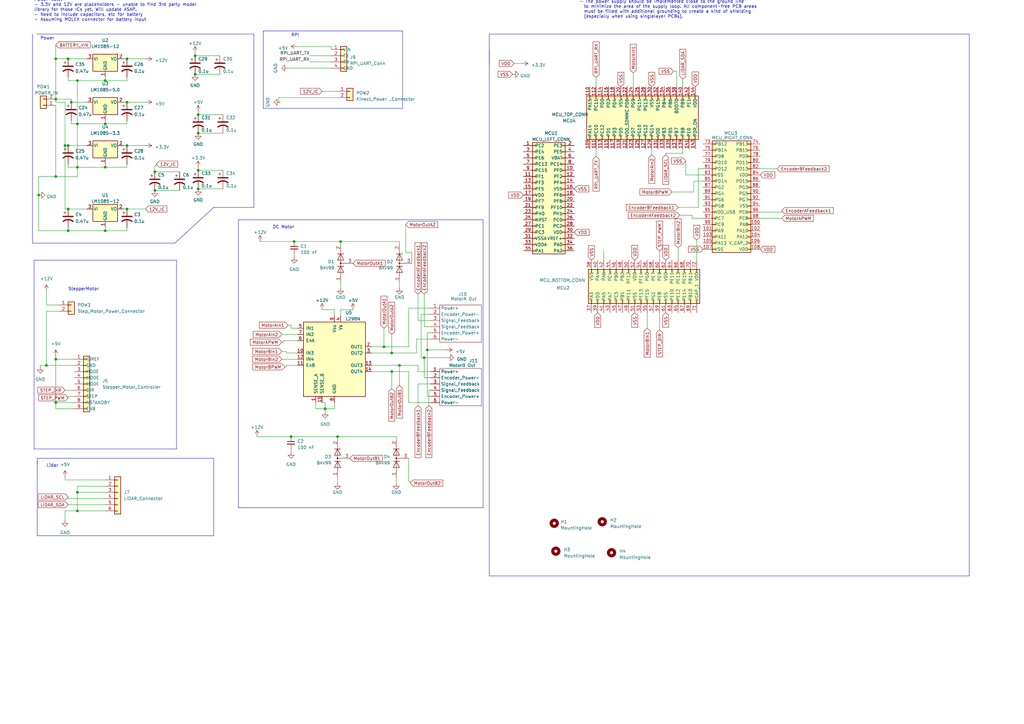
<source format=kicad_sch>
(kicad_sch (version 20230121) (generator eeschema)
  (paper "A3")
  (junction (at 139.7 99.06))
  (junction (at 81.28 54.61))
  (junction (at 63.5 70.485))
  (junction (at 27.94 59.69))
  (junction (at 80.01 30.48))
  (junction (at 29.21 41.91))
  (junction (at 52.07 59.69))
  (junction (at 26.67 59.69))
  (junction (at 31.75 33.02))
  (junction (at 27.94 94.615))
  (junction (at 31.75 201.93))
  (junction (at 43.18 50.8))
  (junction (at 63.5 78.105))
  (junction (at 22.86 24.13))
  (junction (at 22.86 147.32))
  (junction (at 52.07 41.91))
  (junction (at 52.07 24.13))
  (junction (at 120.65 99.06))
  (junction (at 163.83 149.86))
  (junction (at 80.01 22.86))
  (junction (at 22.86 40.64))
  (junction (at 81.28 69.85))
  (junction (at 19.05 149.86))
  (junction (at 175.26 143.51))
  (junction (at 22.86 165.1))
  (junction (at 31.75 68.58))
  (junction (at 52.07 85.725))
  (junction (at 173.99 146.685))
  (junction (at 27.94 85.725))
  (junction (at 119.38 179.07))
  (junction (at 160.655 144.78))
  (junction (at 81.28 46.99))
  (junction (at 81.28 77.47))
  (junction (at 22.86 72.39))
  (junction (at 157.48 142.24))
  (junction (at 43.18 68.58))
  (junction (at 160.655 152.4))
  (junction (at 15.875 80.01))
  (junction (at 27.94 24.13))
  (junction (at 138.43 179.07))
  (junction (at 31.75 50.8))
  (junction (at 43.18 94.615))
  (junction (at 43.18 33.02))
  (junction (at 31.75 209.55))
  (junction (at 133.35 167.64))
  (wire (pts (xy 138.43 180.34) (xy 138.43 179.07)))
  (wire (pts (xy 26.67 213.36) (xy 26.67 209.55)))
  (wire (pts (xy 22.86 41.91) (xy 26.67 41.91)))
  (wire (pts (xy 81.28 46.99) (xy 91.44 46.99)))
  (wire (pts (xy 43.18 31.75) (xy 43.18 33.02)))
  (polyline (pts (xy 13.97 110.49) (xy 13.97 184.15)))
  (wire (pts (xy 275.59 78.74) (xy 284.48 78.74)))
  (wire (pts (xy 167.64 152.4) (xy 167.64 165.1)))
  (wire (pts (xy 63.5 67.945) (xy 63.5 70.485)))
  (wire (pts (xy 138.43 195.58) (xy 138.43 198.12)))
  (wire (pts (xy 127 25.4) (xy 135.89 25.4)))
  (wire (pts (xy 173.99 146.685) (xy 173.99 154.94)))
  (wire (pts (xy 265.43 134.62) (xy 265.43 128.27)))
  (polyline (pts (xy 104.14 80.01) (xy 104.14 85.09)))
  (wire (pts (xy 15.875 72.39) (xy 15.875 80.01)))
  (wire (pts (xy 175.26 143.51) (xy 182.88 143.51)))
  (wire (pts (xy 311.785 89.535) (xy 320.675 89.535)))
  (wire (pts (xy 132.08 165.1) (xy 133.35 165.1)))
  (wire (pts (xy 166.37 103.505) (xy 168.91 103.505)))
  (wire (pts (xy 286.385 69.215) (xy 288.29 69.215)))
  (wire (pts (xy 26.67 59.69) (xy 26.67 85.725)))
  (wire (pts (xy 22.86 40.64) (xy 22.86 24.13)))
  (wire (pts (xy 26.67 196.85) (xy 26.67 195.58)))
  (wire (pts (xy 29.21 49.53) (xy 29.21 50.8)))
  (wire (pts (xy 27.94 162.56) (xy 30.48 162.56)))
  (wire (pts (xy 139.7 99.06) (xy 120.65 99.06)))
  (wire (pts (xy 26.67 85.725) (xy 27.94 85.725)))
  (wire (pts (xy 133.35 165.1) (xy 133.35 167.64)))
  (wire (pts (xy 115.57 147.32) (xy 121.92 147.32)))
  (wire (pts (xy 278.765 88.265) (xy 283.845 88.265)))
  (wire (pts (xy 167.64 165.1) (xy 176.53 165.1)))
  (polyline (pts (xy 97.79 90.17) (xy 97.79 208.28)))
  (wire (pts (xy 175.895 160.02) (xy 176.53 160.02)))
  (wire (pts (xy 135.89 19.05) (xy 135.89 20.32)))
  (polyline (pts (xy 97.79 90.17) (xy 198.12 90.17)))
  (wire (pts (xy 281.305 71.755) (xy 288.29 71.755)))
  (polyline (pts (xy 13.335 13.97) (xy 13.335 99.695)))
  (wire (pts (xy 152.4 152.4) (xy 160.655 152.4)))
  (wire (pts (xy 31.75 68.58) (xy 27.94 68.58)))
  (polyline (pts (xy 104.14 80.01) (xy 104.14 13.97)))
  (wire (pts (xy 52.07 49.53) (xy 52.07 50.8)))
  (wire (pts (xy 118.11 27.94) (xy 135.89 27.94)))
  (wire (pts (xy 106.68 99.06) (xy 120.65 99.06)))
  (wire (pts (xy 157.48 134.62) (xy 157.48 142.24)))
  (wire (pts (xy 52.07 93.345) (xy 52.07 94.615)))
  (wire (pts (xy 278.13 85.09) (xy 286.385 85.09)))
  (wire (pts (xy 81.28 68.58) (xy 81.28 69.85)))
  (wire (pts (xy 173.99 133.985) (xy 176.53 133.985)))
  (wire (pts (xy 176.53 139.065) (xy 170.815 139.065)))
  (polyline (pts (xy 87.63 187.96) (xy 15.24 187.96)))
  (wire (pts (xy 26.67 160.02) (xy 30.48 160.02)))
  (polyline (pts (xy 165.1 12.7) (xy 107.95 12.7)))
  (wire (pts (xy 52.07 31.75) (xy 52.07 33.02)))
  (wire (pts (xy 22.86 43.18) (xy 22.86 72.39)))
  (wire (pts (xy 22.86 165.1) (xy 22.86 147.32)))
  (wire (pts (xy 137.16 167.64) (xy 133.35 167.64)))
  (wire (pts (xy 117.475 144.78) (xy 121.92 144.78)))
  (wire (pts (xy 81.28 69.85) (xy 91.44 69.85)))
  (wire (pts (xy 116.205 139.7) (xy 121.92 139.7)))
  (wire (pts (xy 311.785 86.995) (xy 320.675 86.995)))
  (wire (pts (xy 139.7 100.33) (xy 139.7 99.06)))
  (wire (pts (xy 15.875 80.01) (xy 15.875 94.615)))
  (wire (pts (xy 132.08 127) (xy 137.16 127)))
  (wire (pts (xy 22.86 40.64) (xy 22.86 41.91)))
  (polyline (pts (xy 71.755 99.695) (xy 87.63 85.09)))
  (wire (pts (xy 119.38 184.15) (xy 119.38 185.42)))
  (wire (pts (xy 105.41 179.07) (xy 119.38 179.07)))
  (wire (pts (xy 139.7 129.54) (xy 139.7 127)))
  (wire (pts (xy 64.135 67.31) (xy 64.135 67.945)))
  (wire (pts (xy 119.38 134.62) (xy 119.38 133.35)))
  (polyline (pts (xy 72.39 106.68) (xy 13.97 106.68)))
  (polyline (pts (xy 198.12 208.28) (xy 198.12 90.17)))
  (wire (pts (xy 117.475 144.145) (xy 117.475 144.78)))
  (wire (pts (xy 172.72 128.905) (xy 172.72 146.685)))
  (wire (pts (xy 22.86 167.64) (xy 22.86 165.1)))
  (wire (pts (xy 27.94 67.31) (xy 27.94 68.58)))
  (wire (pts (xy 27.94 203.835) (xy 27.94 204.47)))
  (polyline (pts (xy 13.335 99.695) (xy 71.755 99.695)))
  (wire (pts (xy 27.94 85.725) (xy 35.56 85.725)))
  (wire (pts (xy 27.94 31.75) (xy 27.94 33.02)))
  (wire (pts (xy 81.28 77.47) (xy 91.44 77.47)))
  (wire (pts (xy 170.815 139.065) (xy 170.815 144.78)))
  (wire (pts (xy 52.07 67.31) (xy 52.07 68.58)))
  (wire (pts (xy 171.45 152.4) (xy 176.53 152.4)))
  (wire (pts (xy 22.86 40.64) (xy 29.21 40.64)))
  (wire (pts (xy 29.21 40.64) (xy 29.21 41.91)))
  (wire (pts (xy 176.53 128.905) (xy 172.72 128.905)))
  (wire (pts (xy 26.67 59.69) (xy 27.94 59.69)))
  (wire (pts (xy 121.92 19.05) (xy 135.89 19.05)))
  (polyline (pts (xy 107.95 12.7) (xy 107.95 15.24)))
  (wire (pts (xy 270.51 102.87) (xy 270.51 106.68)))
  (wire (pts (xy 175.26 136.525) (xy 175.26 143.51)))
  (wire (pts (xy 152.4 142.24) (xy 157.48 142.24)))
  (wire (pts (xy 162.56 195.58) (xy 162.56 198.12)))
  (wire (pts (xy 244.475 60.96) (xy 244.475 64.135)))
  (polyline (pts (xy 200.66 236.22) (xy 397.51 236.22)))
  (wire (pts (xy 22.86 24.13) (xy 27.94 24.13)))
  (wire (pts (xy 114.935 41.91) (xy 114.3 41.91)))
  (wire (pts (xy 166.37 92.075) (xy 166.37 103.505)))
  (wire (pts (xy 43.18 49.53) (xy 43.18 50.8)))
  (wire (pts (xy 267.335 60.96) (xy 267.335 63.5)))
  (wire (pts (xy 80.01 30.48) (xy 90.17 30.48)))
  (wire (pts (xy 50.8 59.69) (xy 52.07 59.69)))
  (wire (pts (xy 244.475 31.75) (xy 244.475 35.56)))
  (wire (pts (xy 27.94 24.13) (xy 35.56 24.13)))
  (wire (pts (xy 24.13 125.095) (xy 19.05 125.095)))
  (wire (pts (xy 160.655 137.16) (xy 160.655 144.78)))
  (wire (pts (xy 173.99 154.94) (xy 176.53 154.94)))
  (wire (pts (xy 19.05 127.635) (xy 24.13 127.635)))
  (wire (pts (xy 167.64 142.24) (xy 167.64 126.365)))
  (wire (pts (xy 35.56 41.91) (xy 29.21 41.91)))
  (wire (pts (xy 129.54 167.64) (xy 133.35 167.64)))
  (wire (pts (xy 137.16 127) (xy 137.16 129.54)))
  (wire (pts (xy 52.07 85.725) (xy 59.69 85.725)))
  (wire (pts (xy 273.05 62.865) (xy 280.035 62.865)))
  (wire (pts (xy 160.655 152.4) (xy 160.655 159.385)))
  (wire (pts (xy 160.655 144.78) (xy 170.815 144.78)))
  (wire (pts (xy 116.205 140.335) (xy 116.205 139.7)))
  (polyline (pts (xy 97.79 208.28) (xy 198.12 208.28)))
  (wire (pts (xy 163.83 100.33) (xy 163.83 99.06)))
  (wire (pts (xy 114.3 40.005) (xy 138.43 40.005)))
  (wire (pts (xy 43.18 93.345) (xy 43.18 94.615)))
  (wire (pts (xy 278.13 101.6) (xy 278.13 106.68)))
  (polyline (pts (xy 13.97 106.68) (xy 13.97 110.49)))
  (wire (pts (xy 27.94 204.47) (xy 43.18 204.47)))
  (wire (pts (xy 116.205 140.335) (xy 115.57 140.335)))
  (wire (pts (xy 283.845 89.535) (xy 288.29 89.535)))
  (wire (pts (xy 50.8 85.725) (xy 52.07 85.725)))
  (wire (pts (xy 19.05 149.86) (xy 30.48 149.86)))
  (wire (pts (xy 171.45 149.86) (xy 171.45 152.4)))
  (wire (pts (xy 277.495 29.21) (xy 277.495 35.56)))
  (wire (pts (xy 157.48 142.24) (xy 167.64 142.24)))
  (wire (pts (xy 19.05 149.86) (xy 19.05 127.635)))
  (wire (pts (xy 247.65 102.87) (xy 247.65 106.68)))
  (wire (pts (xy 284.48 74.295) (xy 288.29 74.295)))
  (wire (pts (xy 43.18 67.31) (xy 43.18 68.58)))
  (polyline (pts (xy 13.97 184.15) (xy 72.39 184.15)))
  (wire (pts (xy 81.28 54.61) (xy 91.44 54.61)))
  (wire (pts (xy 27.94 207.01) (xy 43.18 207.01)))
  (wire (pts (xy 139.7 115.57) (xy 139.7 118.11)))
  (polyline (pts (xy 397.51 236.22) (xy 397.51 13.97)))
  (wire (pts (xy 31.75 201.93) (xy 31.75 209.55)))
  (wire (pts (xy 162.56 179.07) (xy 138.43 179.07)))
  (wire (pts (xy 81.28 45.72) (xy 81.28 46.99)))
  (wire (pts (xy 43.18 94.615) (xy 52.07 94.615)))
  (wire (pts (xy 43.18 33.02) (xy 52.07 33.02)))
  (wire (pts (xy 163.83 149.86) (xy 163.83 158.115)))
  (polyline (pts (xy 87.63 219.71) (xy 87.63 187.96)))
  (wire (pts (xy 132.08 37.465) (xy 138.43 37.465)))
  (wire (pts (xy 27.94 94.615) (xy 43.18 94.615)))
  (wire (pts (xy 119.38 134.62) (xy 121.92 134.62)))
  (wire (pts (xy 31.75 33.02) (xy 31.75 50.8)))
  (wire (pts (xy 31.75 50.8) (xy 43.18 50.8)))
  (wire (pts (xy 281.305 66.04) (xy 281.305 71.755)))
  (wire (pts (xy 27.94 33.02) (xy 31.75 33.02)))
  (wire (pts (xy 167.64 126.365) (xy 176.53 126.365)))
  (wire (pts (xy 175.895 166.37) (xy 175.895 160.02)))
  (wire (pts (xy 31.75 201.93) (xy 43.18 201.93)))
  (wire (pts (xy 167.64 197.485) (xy 167.64 187.96)))
  (wire (pts (xy 52.07 41.91) (xy 59.69 41.91)))
  (wire (pts (xy 175.26 143.51) (xy 175.26 162.56)))
  (wire (pts (xy 163.83 115.57) (xy 163.83 118.11)))
  (wire (pts (xy 30.48 165.1) (xy 22.86 165.1)))
  (wire (pts (xy 171.45 120.65) (xy 171.45 131.445)))
  (wire (pts (xy 52.07 68.58) (xy 43.18 68.58)))
  (wire (pts (xy 168.91 103.505) (xy 168.91 107.95)))
  (wire (pts (xy 26.67 209.55) (xy 31.75 209.55)))
  (wire (pts (xy 43.18 68.58) (xy 31.75 68.58)))
  (wire (pts (xy 52.07 59.69) (xy 59.69 59.69)))
  (wire (pts (xy 31.75 68.58) (xy 31.75 72.39)))
  (wire (pts (xy 43.18 196.85) (xy 26.67 196.85)))
  (polyline (pts (xy 200.66 20.32) (xy 200.66 236.22)))
  (polyline (pts (xy 15.24 189.23) (xy 15.24 219.71)))
  (wire (pts (xy 129.54 165.1) (xy 129.54 167.64)))
  (polyline (pts (xy 107.95 15.24) (xy 107.95 44.45)))
  (wire (pts (xy 171.45 157.48) (xy 176.53 157.48)))
  (wire (pts (xy 270.51 128.27) (xy 270.51 135.255)))
  (wire (pts (xy 162.56 180.34) (xy 162.56 179.07)))
  (wire (pts (xy 210.82 26.035) (xy 213.995 26.035)))
  (wire (pts (xy 64.135 67.945) (xy 63.5 67.945)))
  (wire (pts (xy 30.48 147.32) (xy 22.86 147.32)))
  (wire (pts (xy 259.715 29.845) (xy 259.715 35.56)))
  (wire (pts (xy 286.385 85.09) (xy 286.385 69.215)))
  (wire (pts (xy 22.86 72.39) (xy 31.75 72.39)))
  (wire (pts (xy 273.05 62.865) (xy 273.05 63.5)))
  (polyline (pts (xy 107.95 44.45) (xy 165.1 44.45)))
  (wire (pts (xy 183.515 146.685) (xy 173.99 146.685)))
  (polyline (pts (xy 72.39 184.15) (xy 72.39 106.68)))
  (polyline (pts (xy 15.24 187.96) (xy 15.24 190.5)))
  (wire (pts (xy 117.475 150.495) (xy 117.475 149.86)))
  (wire (pts (xy 27.94 59.69) (xy 35.56 59.69)))
  (wire (pts (xy 168.275 197.485) (xy 167.64 197.485)))
  (polyline (pts (xy 397.51 13.97) (xy 200.66 13.97)))
  (wire (pts (xy 63.5 70.485) (xy 73.66 70.485)))
  (wire (pts (xy 285.75 98.425) (xy 285.75 106.68)))
  (wire (pts (xy 16.51 150.495) (xy 16.51 149.86)))
  (polyline (pts (xy 200.66 13.97) (xy 200.66 26.67)))
  (wire (pts (xy 29.21 50.8) (xy 31.75 50.8)))
  (polyline (pts (xy 165.1 44.45) (xy 165.1 12.7)))
  (wire (pts (xy 171.45 131.445) (xy 176.53 131.445)))
  (wire (pts (xy 284.48 78.74) (xy 284.48 74.295)))
  (wire (pts (xy 320.675 86.995) (xy 320.675 86.36)))
  (wire (pts (xy 163.83 149.86) (xy 171.45 149.86)))
  (wire (pts (xy 115.57 144.145) (xy 117.475 144.145)))
  (wire (pts (xy 16.51 149.86) (xy 19.05 149.86)))
  (wire (pts (xy 168.275 198.12) (xy 168.275 197.485)))
  (wire (pts (xy 22.86 18.415) (xy 22.86 24.13)))
  (wire (pts (xy 27.94 163.195) (xy 27.94 162.56)))
  (wire (pts (xy 19.05 119.38) (xy 19.05 125.095)))
  (wire (pts (xy 50.8 41.91) (xy 52.07 41.91)))
  (wire (pts (xy 283.845 88.265) (xy 283.845 89.535)))
  (wire (pts (xy 80.01 22.86) (xy 90.17 22.86)))
  (wire (pts (xy 117.475 149.86) (xy 121.92 149.86)))
  (wire (pts (xy 127 22.86) (xy 135.89 22.86)))
  (wire (pts (xy 80.01 21.59) (xy 80.01 22.86)))
  (wire (pts (xy 31.75 50.8) (xy 31.75 68.58)))
  (wire (pts (xy 139.7 127) (xy 144.78 127)))
  (wire (pts (xy 116.84 150.495) (xy 117.475 150.495)))
  (wire (pts (xy 43.18 199.39) (xy 31.75 199.39)))
  (wire (pts (xy 63.5 78.105) (xy 73.66 78.105)))
  (wire (pts (xy 172.72 146.685) (xy 173.99 146.685)))
  (wire (pts (xy 52.07 24.13) (xy 59.69 24.13)))
  (wire (pts (xy 171.45 166.37) (xy 171.45 157.48)))
  (wire (pts (xy 27.94 93.345) (xy 27.94 94.615)))
  (wire (pts (xy 120.65 104.14) (xy 120.65 105.41)))
  (wire (pts (xy 114.3 41.91) (xy 114.3 40.005)))
  (wire (pts (xy 173.99 120.65) (xy 173.99 133.985)))
  (wire (pts (xy 276.225 29.21) (xy 277.495 29.21)))
  (wire (pts (xy 22.86 147.32) (xy 22.86 146.05)))
  (wire (pts (xy 152.4 144.78) (xy 160.655 144.78)))
  (polyline (pts (xy 104.14 13.97) (xy 15.24 13.97)))
  (wire (pts (xy 43.18 33.02) (xy 31.75 33.02)))
  (wire (pts (xy 52.07 50.8) (xy 43.18 50.8)))
  (wire (pts (xy 280.035 32.385) (xy 280.035 35.56)))
  (wire (pts (xy 280.035 62.865) (xy 280.035 60.96)))
  (wire (pts (xy 31.75 199.39) (xy 31.75 201.93)))
  (wire (pts (xy 119.38 133.35) (xy 118.11 133.35)))
  (wire (pts (xy 176.53 136.525) (xy 175.26 136.525)))
  (wire (pts (xy 26.67 41.91) (xy 26.67 59.69)))
  (wire (pts (xy 115.57 137.16) (xy 121.92 137.16)))
  (wire (pts (xy 176.53 162.56) (xy 175.26 162.56)))
  (wire (pts (xy 138.43 179.07) (xy 119.38 179.07)))
  (polyline (pts (xy 104.14 85.09) (xy 87.63 85.09)))
  (wire (pts (xy 311.785 69.215) (xy 318.77 69.215)))
  (wire (pts (xy 30.48 167.64) (xy 22.86 167.64)))
  (wire (pts (xy 163.83 99.06) (xy 139.7 99.06)))
  (wire (pts (xy 152.4 149.86) (xy 163.83 149.86)))
  (wire (pts (xy 15.875 94.615) (xy 27.94 94.615)))
  (wire (pts (xy 31.75 209.55) (xy 43.18 209.55)))
  (wire (pts (xy 160.655 152.4) (xy 167.64 152.4)))
  (wire (pts (xy 133.35 167.64) (xy 133.35 168.91)))
  (wire (pts (xy 15.875 72.39) (xy 22.86 72.39)))
  (wire (pts (xy 137.16 165.1) (xy 137.16 167.64)))
  (polyline (pts (xy 15.24 219.71) (xy 87.63 219.71)))
  (wire (pts (xy 50.8 24.13) (xy 52.07 24.13)))
  (text "RPI\n" (at 119.38 15.24 0) (effects (font (size 1.27 1.27)) (justify left bottom)))
  (text "DC Motor\n" (at 111.76 93.98 0) (effects (font (size 1.27 1.27)) (justify left bottom)))
  (text "Power\n" (at 16.51 16.51 0) (effects (font (size 1.27 1.27)) (justify left bottom)))
  (text "RPI Note: \n- Would powering w/ connector to USB be easier?\n" (at 104.14 -8.89 0) (effects (font (size 1.27 1.27)) (justify left bottom)))
  (text "Lidar" (at 19.05 191.77 0) (effects (font (size 1.27 1.27)) (justify left bottom)))
  (text "Power Note:\n- 3.3V and 12V are placeholders - unable to find 3rd party model \nlibrary for those ICs yet. Will update ASAP.\n- Need to include capacitors, etc for battery\n- Assuming MOLEX connector for battery input" (at 13.97 8.89 0) (effects (font (size 1.27 1.27)) (justify left bottom)))
  (text "Third party models/symbols to find:\n- NTE966\n- UA78M33QDCYRG4Q1\n- " (at -41.91 19.05 0) (effects (font (size 1.27 1.27)) (justify left bottom)))
  (text "StepperMotor" (at 27.94 119.38 0) (effects (font (size 1.27 1.27)) (justify left bottom)))
  (text "Important MCU Power Considerations: \n-  Each power supply pair should be decoupled with filtering ceramic capacitors\n  (100 nF) and one single tantalum or ceramic capacitor (min. 4.7 μF) connected in parallel.\n  These capacitors need to be placed as close as possible to, or below, the appropriate pins\n  on the underside of the PCB. Typical values are 10 nF to 100 nF, but the exact values\n  depend on the application needs.\n     - Note: Currently working w/ 100 nF as a placeholder. Further reading needed on how to\n             determine required capacitance \n- The power supply should be implemented close to the ground line \n  to minimize the area of the supply loop. All component-free PCB areas \n  must be filled with additional grounding to create a kind of shielding \n  (especially when using singlelayer PCBs)." (at 237.49 7.62 0) (effects (font (size 1.27 1.27)) (justify left bottom)))
  (text " " (at -1.27 6.35 0) (effects (font (size 1.27 1.27)) (justify left bottom)))
  (label "RPI_UART_TX" (at 127 22.86 180))
  (label "RPI_UART_RX" (at 127 25.4 180))
  (global_label "EncoderBFeedback1" (shape input) (at 278.13 85.09 180) (property "Intersheetrefs" "${INTERSHEET_REFS}" (effects hide)))
  (global_label "EncoderAFeedback2" (shape input) (at 278.765 88.265 180) (property "Intersheetrefs" "${INTERSHEET_REFS}" (effects hide)))
  (global_label "LIDAR_SCL" (shape input) (at 27.94 203.835 180) (property "Intersheetrefs" "${INTERSHEET_REFS}" (effects hide)))
  (global_label "EncoderBFeedback2" (shape input) (at 175.895 166.37 270) (property "Intersheetrefs" "${INTERSHEET_REFS}" (effects hide)))
  (global_label "VSS" (shape input) (at 276.225 29.21 180) (property "Intersheetrefs" "${INTERSHEET_REFS}" (effects hide)))
  (global_label "STEP_DIR" (shape input) (at 26.67 160.02 180) (property "Intersheetrefs" "${INTERSHEET_REFS}" (effects hide)))
  (global_label "VSS" (shape input) (at 242.57 106.68 90) (property "Intersheetrefs" "${INTERSHEET_REFS}" (effects hide)))
  (global_label "MotorAPWM" (shape input) (at 115.57 140.335 180) (property "Intersheetrefs" "${INTERSHEET_REFS}" (effects hide)))
  (global_label "MotorOutA2" (shape input) (at 160.655 137.16 90) (property "Intersheetrefs" "${INTERSHEET_REFS}" (effects hide)))
  (global_label "EncoderAFeedback1" (shape input) (at 171.45 120.65 90) (property "Intersheetrefs" "${INTERSHEET_REFS}" (effects hide)))
  (global_label "MotorAIn1" (shape input) (at 259.715 29.845 90) (property "Intersheetrefs" "${INTERSHEET_REFS}" (effects hide)))
  (global_label "VDD" (shape input) (at 311.785 102.235 0) (property "Intersheetrefs" "${INTERSHEET_REFS}" (effects hide)))
  (global_label "VDD" (shape input) (at 273.05 106.68 90) (property "Intersheetrefs" "${INTERSHEET_REFS}" (effects hide)))
  (global_label "VSS" (shape input) (at 288.29 102.235 180) (property "Intersheetrefs" "${INTERSHEET_REFS}" (effects hide)))
  (global_label "MotorOutA1" (shape input) (at 157.48 134.62 90) (property "Intersheetrefs" "${INTERSHEET_REFS}" (effects hide)))
  (global_label "MotorAIn2" (shape input) (at 115.57 137.16 180) (property "Intersheetrefs" "${INTERSHEET_REFS}" (effects hide)))
  (global_label "MotorBIn2" (shape input) (at 115.57 147.32 180) (property "Intersheetrefs" "${INTERSHEET_REFS}" (effects hide)))
  (global_label "12V_IC" (shape input) (at 59.69 85.725 0) (property "Intersheetrefs" "${INTERSHEET_REFS}" (effects hide)))
  (global_label "VDD" (shape input) (at 311.785 71.755 0) (property "Intersheetrefs" "${INTERSHEET_REFS}" (effects hide)))
  (global_label "12V_IC" (shape input) (at 132.08 37.465 180) (property "Intersheetrefs" "${INTERSHEET_REFS}" (effects hide)))
  (global_label "VSS" (shape input) (at 260.35 128.27 270) (property "Intersheetrefs" "${INTERSHEET_REFS}" (effects hide)))
  (global_label "MotorBPWM" (shape input) (at 116.84 150.495 180) (property "Intersheetrefs" "${INTERSHEET_REFS}" (effects hide)))
  (global_label "VSS" (shape input) (at 273.05 128.27 270) (property "Intersheetrefs" "${INTERSHEET_REFS}" (effects hide)))
  (global_label "VSS" (shape input) (at 210.185 30.48 180) (property "Intersheetrefs" "${INTERSHEET_REFS}" (effects hide)))
  (global_label "VDD" (shape input) (at 214.63 80.01 180) (property "Intersheetrefs" "${INTERSHEET_REFS}" (effects hide)))
  (global_label "EncoderAFeedback2" (shape input) (at 173.99 120.65 90) (property "Intersheetrefs" "${INTERSHEET_REFS}" (effects hide)))
  (global_label "VDD" (shape input) (at 210.82 26.035 180) (property "Intersheetrefs" "${INTERSHEET_REFS}" (effects hide)))
  (global_label "MotorAPWM" (shape input) (at 320.675 89.535 0) (property "Intersheetrefs" "${INTERSHEET_REFS}" (effects hide)))
  (global_label "VDD" (shape input) (at 260.35 106.68 90) (property "Intersheetrefs" "${INTERSHEET_REFS}" (effects hide)))
  (global_label "MotorAIn1" (shape input) (at 118.11 133.35 180) (property "Intersheetrefs" "${INTERSHEET_REFS}" (effects hide)))
  (global_label "MotorOutA2" (shape input) (at 166.37 92.075 0) (property "Intersheetrefs" "${INTERSHEET_REFS}" (effects hide)))
  (global_label "VSS" (shape input) (at 281.305 66.04 180) (property "Intersheetrefs" "${INTERSHEET_REFS}" (effects hide)))
  (global_label "MotorOutA1" (shape input) (at 144.78 107.95 0) (property "Intersheetrefs" "${INTERSHEET_REFS}" (effects hide)))
  (global_label "RPI_UART_RX" (shape input) (at 244.475 31.75 90) (property "Intersheetrefs" "${INTERSHEET_REFS}" (effects hide)))
  (global_label "EncoderAFeedback1" (shape input) (at 320.675 86.36 0) (property "Intersheetrefs" "${INTERSHEET_REFS}" (effects hide)))
  (global_label "STEP_PWM" (shape input) (at 27.94 163.195 180) (property "Intersheetrefs" "${INTERSHEET_REFS}" (effects hide)))
  (global_label "MotorOutB2" (shape input) (at 160.655 159.385 270) (property "Intersheetrefs" "${INTERSHEET_REFS}" (effects hide)))
  (global_label "MotorBIn2" (shape input) (at 278.13 101.6 90) (property "Intersheetrefs" "${INTERSHEET_REFS}" (effects hide)))
  (global_label "MotorBIn1" (shape input) (at 265.43 134.62 270) (property "Intersheetrefs" "${INTERSHEET_REFS}" (effects hide)))
  (global_label "MotorOutB1" (shape input) (at 143.51 187.96 0) (property "Intersheetrefs" "${INTERSHEET_REFS}" (effects hide)))
  (global_label "MotorAIn2" (shape input) (at 267.335 63.5 270) (property "Intersheetrefs" "${INTERSHEET_REFS}" (effects hide)))
  (global_label "12V_IC" (shape input) (at 64.135 67.31 0) (property "Intersheetrefs" "${INTERSHEET_REFS}" (effects hide)))
  (global_label "VDD" (shape input) (at 285.115 35.56 90) (property "Intersheetrefs" "${INTERSHEET_REFS}" (effects hide)))
  (global_label "STEP_DIR" (shape input) (at 270.51 135.255 270) (property "Intersheetrefs" "${INTERSHEET_REFS}" (effects hide)))
  (global_label "LIDAR_SDA" (shape input) (at 27.94 207.01 180) (property "Intersheetrefs" "${INTERSHEET_REFS}" (effects hide)))
  (global_label "STEP_PWM" (shape input) (at 270.51 102.87 90) (property "Intersheetrefs" "${INTERSHEET_REFS}" (effects hide)))
  (global_label "EncoderBFeedback2" (shape input) (at 318.77 69.215 0) (property "Intersheetrefs" "${INTERSHEET_REFS}" (effects hide)))
  (global_label "LIDAR_SCL" (shape input) (at 273.05 63.5 270) (property "Intersheetrefs" "${INTERSHEET_REFS}" (effects hide)))
  (global_label "VDD" (shape input) (at 235.585 95.25 0) (property "Intersheetrefs" "${INTERSHEET_REFS}" (effects hide)))
  (global_label "VSS" (shape input) (at 267.335 35.56 90) (property "Intersheetrefs" "${INTERSHEET_REFS}" (effects hide)))
  (global_label "MotorOutB2" (shape input) (at 168.275 198.12 0) (property "Intersheetrefs" "${INTERSHEET_REFS}" (effects hide)))
  (global_label "VSS" (shape input) (at 254.635 35.56 90) (property "Intersheetrefs" "${INTERSHEET_REFS}" (effects hide)))
  (global_label "MotorOutB1" (shape input) (at 163.83 158.115 270) (property "Intersheetrefs" "${INTERSHEET_REFS}" (effects hide)))
  (global_label "MotorBPWM" (shape input) (at 275.59 78.74 180) (property "Intersheetrefs" "${INTERSHEET_REFS}" (effects hide)))
  (global_label "LIDAR_SDA" (shape input) (at 280.035 32.385 90) (property "Intersheetrefs" "${INTERSHEET_REFS}" (effects hide)))
  (global_label "RPI_UART_TX" (shape input) (at 244.475 64.135 270) (property "Intersheetrefs" "${INTERSHEET_REFS}" (effects hide)))
  (global_label "BATTERY_VIN" (shape input) (at 22.86 18.415 0) (property "Intersheetrefs" "${INTERSHEET_REFS}" (effects hide)))
  (global_label "MotorBIn1" (shape input) (at 115.57 144.145 180) (property "Intersheetrefs" "${INTERSHEET_REFS}" (effects hide)))
  (global_label "VDD" (shape input) (at 285.75 98.425 90) (property "Intersheetrefs" "${INTERSHEET_REFS}" (effects hide)))
  (global_label "EncoderBFeedback1" (shape input) (at 171.45 166.37 270) (property "Intersheetrefs" "${INTERSHEET_REFS}" (effects hide)))
  (global_label "VDD" (shape input) (at 245.11 128.27 270) (property "Intersheetrefs" "${INTERSHEET_REFS}" (effects hide)))
  (global_label "VSS" (shape input) (at 235.585 77.47 0) (property "Intersheetrefs" "${INTERSHEET_REFS}" (effects hide)))
  (symbol (lib_id "Regulator_Linear:LM1085-12") (at 43.18 85.725 0) (unit 1)
    (property "Reference" "U1" (at 43.18 80.01 0))
    (property "Value" "LM1085-12" (at 43.18 82.55 0))
    (property "Footprint" "LM1085IT-5.0:TO254P1054X470X1955-3" (effects hide))
    (property "Datasheet" "http://www.ti.com/lit/ds/symlink/lm1085.pdf" (effects hide))
  )
  (symbol (lib_id "power:GND") (at 114.935 41.91 270) (unit 1)
    (property "Reference" "#PWR025" (effects hide))
    (property "Value" "GND" (at 109.855 41.91 0))
  )
  (symbol (lib_id "power:+5V") (at 81.28 45.72 0) (unit 1)
    (property "Reference" "#PWR019" (effects hide))
    (property "Value" "+5V" (at 81.28 41.91 0))
  )
  (symbol (lib_id "power:GND") (at 183.515 146.685 90) (unit 1)
    (property "Reference" "#PWR027" (effects hide))
    (property "Value" "GND" (at 187.325 147.32 90) (effects (justify right)))
  )
  (symbol (lib_id "power:+5V") (at 121.92 19.05 90) (unit 1)
    (property "Reference" "#PWR023" (effects hide))
    (property "Value" "+5V" (at 118.11 19.685 90) (effects (justify left)))
  )
  (symbol (lib_id "finalProj:Stepper_Motor_Controller") (at 35.56 157.48 0) (unit 1)
    (property "Reference" "J5" (at 41.91 156.21 0) (effects (justify left)))
    (property "Value" "Stepper_Motor_Controller" (at 41.91 158.75 0) (effects (justify left)))
    (property "Footprint" "TerminalBlock_Phoenix:TerminalBlock_Phoenix_PT-1,5-9-3.5-H_1x09_P3.50mm_Horizontal" (effects hide))
  )
  (symbol (lib_id "Device:C_Polarized_US") (at 73.66 74.295 0) (unit 1)
    (property "Reference" "C6" (at 74.93 71.755 0) (effects (justify left)))
    (property "Value" "0.1u" (at 74.93 76.835 0) (effects (justify left)))
    (property "Footprint" "Capacitor_SMD:C_0805_2012Metric" (effects hide))
  )
  (symbol (lib_id "power:+12V") (at 19.05 119.38 0) (unit 1)
    (property "Reference" "#PWR0103" (effects hide))
    (property "Value" "+12V" (at 19.05 114.3 0))
  )
  (symbol (lib_id "Driver_Motor:L298N") (at 137.16 147.32 0) (unit 1)
    (property "Reference" "U5" (at 141.6559 128.27 0) (effects (justify left)))
    (property "Value" "L298N" (at 141.6559 130.81 0) (effects (justify left)))
    (property "Footprint" "Package_TO_SOT_THT:TO-220-15_P2.54x2.54mm_StaggerOdd_Lead4.58mm_Vertical" (effects hide))
    (property "Datasheet" "http://www.st.com/st-web-ui/static/active/en/resource/technical/document/datasheet/CD00000240.pdf" (effects hide))
  )
  (symbol (lib_id "Connector_Generic:Conn_01x02") (at 17.78 43.18 180) (unit 1)
    (property "Reference" "POW1" (at 17.78 35.56 0))
    (property "Value" "POWER_IN" (at 19.05 38.1 0))
    (property "Footprint" "XT60_YELLOW:AMASS_XT60PB-M" (effects hide))
  )
  (symbol (lib_id "Diode:BAV99") (at 162.56 187.96 90) (unit 1)
    (property "Reference" "D4" (at 160.02 187.325 90) (effects (justify left)))
    (property "Value" "BAV99" (at 160.02 189.865 90) (effects (justify left)))
    (property "Footprint" "Package_TO_SOT_SMD:SOT-23" (effects hide))
    (property "Datasheet" "https://assets.nexperia.com/documents/data-sheet/BAV99_SER.pdf" (effects hide))
  )
  (symbol (lib_id "power:GND") (at 81.28 54.61 0) (unit 1)
    (property "Reference" "#PWR020" (effects hide))
    (property "Value" "GND" (at 81.28 59.1725 0))
  )
  (symbol (lib_id "Mechanical:MountingHole") (at 250.825 226.695 0) (unit 1)
    (property "Reference" "H4" (at 254 226.06 0) (effects (justify left)))
    (property "Value" "MountingHole" (at 254 228.6 0) (effects (justify left)))
    (property "Footprint" "MountingHole:MountingHole_3.2mm_M3" (effects hide))
  )
  (symbol (lib_id "power:+3.3V") (at 81.28 68.58 0) (unit 1)
    (property "Reference" "#PWR021" (effects hide))
    (property "Value" "+3.3V" (at 81.28 64.77 0))
  )
  (symbol (lib_id "Device:C_Polarized_US") (at 52.07 27.94 0) (unit 1)
    (property "Reference" "C26" (at 54.991 26.3965 0) (effects (justify left)))
    (property "Value" "0.1u" (at 54.991 29.1716 0) (effects (justify left)))
    (property "Footprint" "Capacitor_SMD:C_0805_2012Metric" (effects hide))
  )
  (symbol (lib_id "Mechanical:MountingHole") (at 247.015 213.995 0) (unit 1)
    (property "Reference" "H2" (at 250.19 213.36 0) (effects (justify left)))
    (property "Value" "MountingHole" (at 250.19 215.9 0) (effects (justify left)))
    (property "Footprint" "MountingHole:MountingHole_3.2mm_M3" (effects hide))
  )
  (symbol (lib_id "power:GND") (at 16.51 150.495 0) (unit 1)
    (property "Reference" "#PWR0104" (effects hide))
    (property "Value" "GND" (at 16.51 155.575 0))
  )
  (symbol (lib_id "Regulator_Linear:LM1085-5.0") (at 43.18 41.91 0) (unit 1)
    (property "Reference" "U3" (at 43.18 34.29 0))
    (property "Value" "LM1085-5.0" (at 43.18 36.83 0))
    (property "Footprint" "LM1085IT-5.0:TO254P1054X470X1955-3" (effects hide))
    (property "Datasheet" "http://www.ti.com/lit/ds/symlink/lm1085.pdf" (effects hide))
  )
  (symbol (lib_id "finalProj:LIDAR_Connector") (at 48.26 201.93 0) (unit 1)
    (property "Reference" "J7" (at 50.8 201.9299 0) (effects (justify left)))
    (property "Value" "LIDAR_Connector" (at 50.8 204.4699 0) (effects (justify left)))
    (property "Footprint" "Connector_PinHeader_2.54mm:PinHeader_1x06_P2.54mm_Vertical" (effects hide))
    (property "Datasheet" "https://www.14core.com/wp-content/uploads/2017/03/LIDAR-Lite-v1-Datasheet.pdf" (effects hide))
  )
  (symbol (lib_id "Mechanical:MountingHole") (at 227.33 214.63 0) (unit 1)
    (property "Reference" "H1" (at 229.87 213.995 0) (effects (justify left)))
    (property "Value" "MountingHole" (at 229.87 216.535 0) (effects (justify left)))
    (property "Footprint" "MountingHole:MountingHole_3.2mm_M3" (effects hide))
  )
  (symbol (lib_id "power:+3.3V") (at 213.995 26.035 270) (unit 1)
    (property "Reference" "#PWR013" (effects hide))
    (property "Value" "+3.3V" (at 217.805 26.67 90) (effects (justify left)))
  )
  (symbol (lib_id "Diode:BAV99") (at 139.7 107.95 90) (unit 1)
    (property "Reference" "D1" (at 137.16 107.315 90) (effects (justify left)))
    (property "Value" "BAV99" (at 137.16 109.855 90) (effects (justify left)))
    (property "Footprint" "Package_TO_SOT_SMD:SOT-23" (effects hide))
    (property "Datasheet" "https://assets.nexperia.com/documents/data-sheet/BAV99_SER.pdf" (effects hide))
  )
  (symbol (lib_id "Device:C_Polarized_US") (at 52.07 45.72 0) (unit 1)
    (property "Reference" "C27" (at 54.991 44.1765 0) (effects (justify left)))
    (property "Value" "0.1u" (at 54.991 46.9516 0) (effects (justify left)))
    (property "Footprint" "Capacitor_SMD:C_0805_2012Metric" (effects hide))
  )
  (symbol (lib_id "power:GND") (at 80.01 30.48 0) (unit 1)
    (property "Reference" "#PWR018" (effects hide))
    (property "Value" "GND" (at 80.01 35.0425 0))
  )
  (symbol (lib_id "Device:C_Polarized_US") (at 29.21 45.72 0) (unit 1)
    (property "Reference" "C24" (at 32.131 44.1765 0) (effects (justify left)))
    (property "Value" "0.47u" (at 32.131 46.9516 0) (effects (justify left)))
    (property "Footprint" "Capacitor_SMD:C_0805_2012Metric" (effects hide))
  )
  (symbol (lib_id "finalProj:UART_RPI_CONN") (at 140.97 22.86 0) (unit 1)
    (property "Reference" "J9" (at 143.51 23.495 0) (effects (justify left)))
    (property "Value" "RPI_UART_Conn" (at 143.51 26.035 0) (effects (justify left)))
    (property "Footprint" "Connector_PinHeader_2.54mm:PinHeader_1x04_P2.54mm_Vertical" (effects hide))
  )
  (symbol (lib_id "Device:C_Polarized_US") (at 81.28 73.66 0) (unit 1)
    (property "Reference" "C33" (at 82.55 71.12 0) (effects (justify left)))
    (property "Value" "0.1u" (at 82.55 76.2 0) (effects (justify left)))
    (property "Footprint" "Capacitor_SMD:C_0805_2012Metric" (effects hide))
  )
  (symbol (lib_id "finalProj:Motor_Output_Connector") (at 187.96 151.765 0) (unit 1)
    (property "Reference" "J11" (at 192.405 147.955 0) (effects (justify left)))
    (property "Value" "MotorB Out" (at 184.15 149.86 0) (effects (justify left)))
    (property "Footprint" "TerminalBlock_Phoenix:TerminalBlock_Phoenix_PT-1,5-6-3.5-H_1x06_P3.50mm_Horizontal" (effects hide))
    (property "Datasheet" "https://www.robotshop.com/products/25dx52l-12v-gear-motor-with-magnetic-encoder-188-rpm" (effects hide))
  )
  (symbol (lib_id "finalProj:Motor_Power_Connector") (at 29.21 125.095 0) (unit 1)
    (property "Reference" "POW3" (at 31.75 125.0949 0) (effects (justify left)))
    (property "Value" "Step_Motor_Power_Connector" (at 31.75 127.6349 0) (effects (justify left)))
    (property "Footprint" "TerminalBlock_Phoenix:TerminalBlock_Phoenix_PT-1,5-2-3.5-H_1x02_P3.50mm_Horizontal" (effects hide))
  )
  (symbol (lib_id "Device:C_Polarized_US") (at 80.01 26.67 0) (unit 1)
    (property "Reference" "C29" (at 81.28 24.13 0) (effects (justify left)))
    (property "Value" "0.1u" (at 81.28 29.21 0) (effects (justify left)))
    (property "Footprint" "Capacitor_SMD:C_0805_2012Metric" (effects hide))
  )
  (symbol (lib_id "Device:C_Polarized_US") (at 52.07 89.535 0) (unit 1)
    (property "Reference" "C3" (at 54.991 87.9915 0) (effects (justify left)))
    (property "Value" "0.1u" (at 54.991 90.7666 0) (effects (justify left)))
    (property "Footprint" "Capacitor_SMD:C_0805_2012Metric" (effects hide))
  )
  (symbol (lib_id "Diode:BAV99") (at 163.83 107.95 90) (unit 1)
    (property "Reference" "D2" (at 161.29 107.315 90) (effects (justify left)))
    (property "Value" "BAV99" (at 161.29 109.855 90) (effects (justify left)))
    (property "Footprint" "Package_TO_SOT_SMD:SOT-23" (effects hide))
    (property "Datasheet" "https://assets.nexperia.com/documents/data-sheet/BAV99_SER.pdf" (effects hide))
  )
  (symbol (lib_id "power:GND") (at 119.38 185.42 0) (unit 1)
    (property "Reference" "#PWR09" (effects hide))
    (property "Value" "GND" (at 119.38 190.5 0))
  )
  (symbol (lib_id "Device:C_Polarized_US") (at 27.94 89.535 0) (unit 1)
    (property "Reference" "C4" (at 30.861 87.9915 0) (effects (justify left)))
    (property "Value" "0.47u" (at 30.861 90.7666 0) (effects (justify left)))
    (property "Footprint" "Capacitor_SMD:C_0805_2012Metric" (effects hide))
  )
  (symbol (lib_id "Device:C_Polarized_US") (at 91.44 50.8 0) (unit 1)
    (property "Reference" "C32" (at 92.71 48.26 0) (effects (justify left)))
    (property "Value" "0.1u" (at 92.71 53.34 0) (effects (justify left)))
    (property "Footprint" "Capacitor_SMD:C_0805_2012Metric" (effects hide))
  )
  (symbol (lib_id "power:+3.3V") (at 59.69 59.69 270) (unit 1)
    (property "Reference" "#PWR015" (effects hide))
    (property "Value" "+3.3V" (at 63.5 60.325 90) (effects (justify left)))
  )
  (symbol (lib_id "finalProj:Motor_Power_Connector") (at 143.51 37.465 0) (unit 1)
    (property "Reference" "POW2" (at 146.05 38.1 0) (effects (justify left)))
    (property "Value" "Kinect_Power _Connector" (at 146.05 40.64 0) (effects (justify left)))
    (property "Footprint" "TerminalBlock_Phoenix:TerminalBlock_Phoenix_PT-1,5-2-3.5-H_1x02_P3.50mm_Horizontal" (effects hide))
  )
  (symbol (lib_id "power:GND") (at 120.65 105.41 0) (unit 1)
    (property "Reference" "#PWR04" (effects hide))
    (property "Value" "GND" (at 120.65 110.49 0))
  )
  (symbol (lib_id "power:GND") (at 15.875 80.01 90) (unit 1)
    (property "Reference" "#PWR0101" (effects hide))
    (property "Value" "GND" (at 19.05 80.645 90) (effects (justify right)))
  )
  (symbol (lib_id "power:GND") (at 162.56 198.12 0) (unit 1)
    (property "Reference" "#PWR011" (effects hide))
    (property "Value" "GND" (at 162.56 201.93 0))
  )
  (symbol (lib_name "Conn_02x18_Odd_Even_1") (lib_id "Connector_Generic:Conn_02x18_Odd_Even") (at 299.72 78.74 0) (unit 1)
    (property "Reference" "MCU3" (at 299.72 54.61 0))
    (property "Value" "MCU_RIGHT_CONN" (at 300.355 56.515 0))
    (property "Footprint" "MCU_SOCKETS:MCU3_SOCKETS" (effects hide))
  )
  (symbol (lib_id "Mechanical:MountingHole") (at 227.965 226.06 0) (unit 1)
    (property "Reference" "H3" (at 231.14 225.425 0) (effects (justify left)))
    (property "Value" "MountingHole" (at 231.14 227.965 0) (effects (justify left)))
    (property "Footprint" "MountingHole:MountingHole_3.2mm_M3" (effects hide))
  )
  (symbol (lib_id "power:+12V") (at 59.69 24.13 270) (unit 1)
    (property "Reference" "#PWR014" (effects hide))
    (property "Value" "+12V" (at 63.5 24.765 90) (effects (justify left)))
  )
  (symbol (lib_id "Device:C_Polarized_US") (at 81.28 50.8 0) (unit 1)
    (property "Reference" "C31" (at 82.55 48.26 0) (effects (justify left)))
    (property "Value" "0.1u" (at 82.55 53.34 0) (effects (justify left)))
    (property "Footprint" "Capacitor_SMD:C_0805_2012Metric" (effects hide))
  )
  (symbol (lib_id "Diode:BAV99") (at 138.43 187.96 90) (unit 1)
    (property "Reference" "D3" (at 135.89 187.325 90) (effects (justify left)))
    (property "Value" "BAV99" (at 135.89 189.865 90) (effects (justify left)))
    (property "Footprint" "Package_TO_SOT_SMD:SOT-23" (effects hide))
    (property "Datasheet" "https://assets.nexperia.com/documents/data-sheet/BAV99_SER.pdf" (effects hide))
  )
  (symbol (lib_id "power:+5V") (at 26.67 195.58 0) (unit 1)
    (property "Reference" "#PWR0111" (effects hide))
    (property "Value" "+5V" (at 26.67 190.5 0))
  )
  (symbol (lib_id "power:GND") (at 133.35 168.91 0) (unit 1)
    (property "Reference" "#PWR01" (effects hide))
    (property "Value" "GND" (at 133.35 173.99 0))
  )
  (symbol (lib_name "Motor_Output_Connector_1") (lib_id "finalProj:Motor_Output_Connector") (at 187.96 125.73 0) (unit 1)
    (property "Reference" "J10" (at 187.96 120.65 0) (effects (justify left)))
    (property "Value" "MotorA Out" (at 184.785 122.555 0) (effects (justify left)))
    (property "Footprint" "TerminalBlock_Phoenix:TerminalBlock_Phoenix_PT-1,5-6-3.5-H_1x06_P3.50mm_Horizontal" (effects hide))
    (property "Datasheet" "https://www.robotshop.com/products/25dx52l-12v-gear-motor-with-magnetic-encoder-188-rpm" (effects hide))
  )
  (symbol (lib_id "power:GND") (at 163.83 118.11 0) (unit 1)
    (property "Reference" "#PWR06" (effects hide))
    (property "Value" "GND" (at 163.83 121.92 0))
  )
  (symbol (lib_id "power:+12V") (at 106.68 99.06 0) (unit 1)
    (property "Reference" "#PWR03" (effects hide))
    (property "Value" "+12V" (at 106.68 95.25 0))
  )
  (symbol (lib_id "Regulator_Linear:LM1085-3.3") (at 43.18 59.69 0) (unit 1)
    (property "Reference" "U4" (at 43.18 52.07 0))
    (property "Value" "LM1085-3.3" (at 43.18 54.61 0))
    (property "Footprint" "LM1085IT-5.0:TO254P1054X470X1955-3" (effects hide))
    (property "Datasheet" "http://www.ti.com/lit/ds/symlink/lm1085.pdf" (effects hide))
  )
  (symbol (lib_id "power:GND") (at 81.28 77.47 0) (unit 1)
    (property "Reference" "#PWR022" (effects hide))
    (property "Value" "GND" (at 81.28 82.0325 0))
  )
  (symbol (lib_id "power:+5V") (at 144.78 127 0) (unit 1)
    (property "Reference" "#PWR08" (effects hide))
    (property "Value" "+5V" (at 144.78 123.19 0))
  )
  (symbol (lib_id "power:+12V") (at 132.08 127 0) (unit 1)
    (property "Reference" "#PWR07" (effects hide))
    (property "Value" "+12V" (at 132.08 123.19 0))
  )
  (symbol (lib_id "Device:C_Small") (at 120.65 101.6 0) (unit 1)
    (property "Reference" "C1" (at 123.19 100.9713 0) (effects (justify left)))
    (property "Value" "100 nF" (at 123.19 103.5113 0) (effects (justify left)))
    (property "Footprint" "Capacitor_SMD:C_0805_2012Metric" (effects hide))
  )
  (symbol (lib_id "power:GND") (at 63.5 78.105 0) (unit 1)
    (property "Reference" "#PWR030" (effects hide))
    (property "Value" "GND" (at 63.5 82.6675 0))
  )
  (symbol (lib_id "Device:C_Polarized_US") (at 90.17 26.67 0) (unit 1)
    (property "Reference" "C30" (at 91.44 24.13 0) (effects (justify left)))
    (property "Value" "0.1u" (at 91.44 29.21 0) (effects (justify left)))
    (property "Footprint" "Capacitor_SMD:C_0805_2012Metric" (effects hide))
  )
  (symbol (lib_id "power:GND") (at 210.185 30.48 90) (unit 1)
    (property "Reference" "#PWR012" (effects hide))
    (property "Value" "GND" (at 213.36 31.115 90) (effects (justify right)))
  )
  (symbol (lib_id "Device:C_Polarized_US") (at 63.5 74.295 0) (unit 1)
    (property "Reference" "C5" (at 64.77 71.755 0) (effects (justify left)))
    (property "Value" "0.1u" (at 64.77 76.835 0) (effects (justify left)))
    (property "Footprint" "Capacitor_SMD:C_0805_2012Metric" (effects hide))
  )
  (symbol (lib_id "power:GND") (at 139.7 118.11 0) (unit 1)
    (property "Reference" "#PWR05" (effects hide))
    (property "Value" "GND" (at 139.7 121.92 0))
  )
  (symbol (lib_id "power:GND") (at 118.11 27.94 270) (unit 1)
    (property "Reference" "#PWR0105" (effects hide))
    (property "Value" "GND" (at 113.03 27.94 0))
  )
  (symbol (lib_name "Conn_02x18_Odd_Even_3") (lib_id "Connector_Generic:Conn_02x18_Odd_Even") (at 262.89 48.26 90) (unit 1)
    (property "Reference" "MCU4" (at 236.22 49.53 90) (effects (justify left)))
    (property "Value" "MCU_TOP_CONN" (at 241.3 46.99 90) (effects (justify left)))
    (property "Footprint" "MCU_SOCKETS:MCU4_SOCKETS" (effects hide))
  )
  (symbol (lib_id "Device:C_Polarized_US") (at 27.94 63.5 0) (unit 1)
    (property "Reference" "C25" (at 30.861 61.9565 0) (effects (justify left)))
    (property "Value" "0.47u" (at 30.861 64.7316 0) (effects (justify left)))
    (property "Footprint" "Capacitor_SMD:C_0805_2012Metric" (effects hide))
  )
  (symbol (lib_id "Connector_Generic:Conn_02x18_Odd_Even") (at 224.79 80.01 0) (unit 1)
    (property "Reference" "MCU1" (at 226.06 54.61 0))
    (property "Value" "MCU_LEFT_CONN" (at 226.06 57.15 0))
    (property "Footprint" "MCU_SOCKETS:MCU1_SOCKET" (effects hide))
  )
  (symbol (lib_name "Conn_02x18_Odd_Even_2") (lib_id "Connector_Generic:Conn_02x18_Odd_Even") (at 262.89 114.3 90) (unit 1)
    (property "Reference" "MCU2" (at 233.68 118.11 90) (effects (justify left)))
    (property "Value" "MCU_BOTTOM_CONN" (at 240.03 114.935 90) (effects (justify left)))
    (property "Footprint" "MCU_SOCKETS:MCU2_SOCKETS" (effects hide))
  )
  (symbol (lib_id "power:+12V") (at 80.01 21.59 0) (unit 1)
    (property "Reference" "#PWR017" (effects hide))
    (property "Value" "+12V" (at 80.01 17.78 0))
  )
  (symbol (lib_id "power:+5V") (at 182.88 143.51 270) (unit 1)
    (property "Reference" "#PWR026" (effects hide))
    (property "Value" "+5V" (at 186.69 144.145 90) (effects (justify left)))
  )
  (symbol (lib_id "Device:C_Polarized_US") (at 52.07 63.5 0) (unit 1)
    (property "Reference" "C28" (at 54.991 61.9565 0) (effects (justify left)))
    (property "Value" "0.1u" (at 54.991 64.7316 0) (effects (justify left)))
    (property "Footprint" "Capacitor_SMD:C_0805_2012Metric" (effects hide))
  )
  (symbol (lib_id "power:GND") (at 26.67 213.36 0) (unit 1)
    (property "Reference" "#PWR0110" (effects hide))
    (property "Value" "GND" (at 26.67 218.44 0))
  )
  (symbol (lib_id "power:GND") (at 138.43 198.12 0) (unit 1)
    (property "Reference" "#PWR010" (effects hide))
    (property "Value" "GND" (at 138.43 201.93 0))
  )
  (symbol (lib_id "Device:C_Polarized_US") (at 91.44 73.66 0) (unit 1)
    (property "Reference" "C34" (at 92.71 71.12 0) (effects (justify left)))
    (property "Value" "0.1u" (at 92.71 76.2 0) (effects (justify left)))
    (property "Footprint" "Capacitor_SMD:C_0805_2012Metric" (effects hide))
  )
  (symbol (lib_id "Device:C_Polarized_US") (at 27.94 27.94 0) (unit 1)
    (property "Reference" "C35" (at 30.861 26.3965 0) (effects (justify left)))
    (property "Value" "0.47u" (at 30.861 29.1716 0) (effects (justify left)))
    (property "Footprint" "Capacitor_SMD:C_0805_2012Metric" (effects hide))
  )
  (symbol (lib_id "power:+5V") (at 22.86 146.05 0) (unit 1)
    (property "Reference" "#PWR0102" (effects hide))
    (property "Value" "+5V" (at 22.86 140.97 0))
  )
  (symbol (lib_id "power:+12V") (at 105.41 179.07 0) (unit 1)
    (property "Reference" "#PWR02" (effects hide))
    (property "Value" "+12V" (at 105.41 175.26 0))
  )
  (symbol (lib_id "Regulator_Linear:LM1085-12") (at 43.18 24.13 0) (unit 1)
    (property "Reference" "U2" (at 43.18 16.51 0))
    (property "Value" "LM1085-12" (at 43.18 19.05 0))
    (property "Footprint" "LM1085IT-5.0:TO254P1054X470X1955-3" (effects hide))
    (property "Datasheet" "http://www.ti.com/lit/ds/symlink/lm1085.pdf" (effects hide))
  )
  (symbol (lib_id "power:+5V") (at 59.69 41.91 270) (unit 1)
    (property "Reference" "#PWR016" (effects hide))
    (property "Value" "+5V" (at 63.5 42.545 90) (effects (justify left)))
  )
  (symbol (lib_id "Device:C_Small") (at 119.38 181.61 0) (unit 1)
    (property "Reference" "C2" (at 121.92 180.9813 0) (effects (justify left)))
    (property "Value" "100 nF" (at 121.92 183.5213 0) (effects (justify left)))
    (property "Footprint" "Capacitor_SMD:C_0805_2012Metric" (effects hide))
  )
)
</source>
